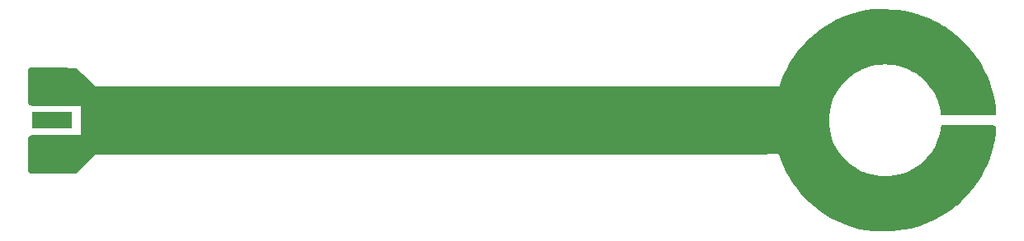
<source format=gbr>
G04 #@! TF.GenerationSoftware,KiCad,Pcbnew,7.0.1*
G04 #@! TF.CreationDate,2023-05-15T13:56:13-06:00*
G04 #@! TF.ProjectId,H-field_RF_probe,482d6669-656c-4645-9f52-465f70726f62,rev?*
G04 #@! TF.SameCoordinates,Original*
G04 #@! TF.FileFunction,Copper,L1,Top*
G04 #@! TF.FilePolarity,Positive*
%FSLAX46Y46*%
G04 Gerber Fmt 4.6, Leading zero omitted, Abs format (unit mm)*
G04 Created by KiCad (PCBNEW 7.0.1) date 2023-05-15 13:56:13*
%MOMM*%
%LPD*%
G01*
G04 APERTURE LIST*
G04 #@! TA.AperFunction,SMDPad,CuDef*
%ADD10R,4.190000X1.780000*%
G04 #@! TD*
G04 #@! TA.AperFunction,ComponentPad*
%ADD11R,4.190000X3.000000*%
G04 #@! TD*
G04 #@! TA.AperFunction,ViaPad*
%ADD12C,0.800000*%
G04 #@! TD*
G04 APERTURE END LIST*
D10*
X102500000Y-65500000D03*
D11*
X102500000Y-68825000D03*
X102500000Y-62175000D03*
D12*
X140000000Y-63500000D03*
X138500000Y-63500000D03*
X102500000Y-63500000D03*
X108500000Y-63500000D03*
X111500000Y-63500000D03*
X129500000Y-63500000D03*
X131000000Y-63500000D03*
X132500000Y-63500000D03*
X134000000Y-63500000D03*
X126500000Y-63500000D03*
X119000000Y-63500000D03*
X117500000Y-63500000D03*
X101000000Y-63500000D03*
X107000000Y-63500000D03*
X125000000Y-63500000D03*
X137000000Y-63500000D03*
X128000000Y-63500000D03*
X116000000Y-63500000D03*
X114500000Y-63500000D03*
X123500000Y-63500000D03*
X105500000Y-63500000D03*
X110000000Y-63500000D03*
X135500000Y-63500000D03*
X113000000Y-63500000D03*
X122000000Y-63500000D03*
X104000000Y-63500000D03*
X120500000Y-63500000D03*
X141500000Y-63500000D03*
X177500000Y-63500000D03*
X176000000Y-63500000D03*
X144500000Y-63500000D03*
X143000000Y-63500000D03*
X147500000Y-63500000D03*
X150500000Y-63500000D03*
X146000000Y-63500000D03*
X149000000Y-63500000D03*
X158000000Y-63500000D03*
X152000000Y-63500000D03*
X152000000Y-63500000D03*
X153500000Y-63500000D03*
X155000000Y-63500000D03*
X156500000Y-63500000D03*
X161000000Y-63500000D03*
X159500000Y-63500000D03*
X162500000Y-63500000D03*
X164000000Y-63500000D03*
X165500000Y-63500000D03*
X167000000Y-63500000D03*
X168500000Y-63500000D03*
X170000000Y-63500000D03*
X171500000Y-63500000D03*
X173000000Y-63500000D03*
X174500000Y-63500000D03*
X181160681Y-66991213D03*
X181635347Y-68413966D03*
X182402207Y-69702942D03*
X183426056Y-70798965D03*
X184659889Y-71651720D03*
X186047062Y-72222056D03*
X187523893Y-72483790D03*
X189022581Y-72424906D03*
X190474324Y-72048108D03*
X191812473Y-71370694D03*
X192975596Y-70423763D03*
X193910295Y-69250788D03*
X194573660Y-67905618D03*
X194935235Y-66450009D03*
X181160681Y-64008787D03*
X181635347Y-62586034D03*
X182402207Y-61297058D03*
X183426056Y-60201035D03*
X184659889Y-59348280D03*
X186047062Y-58777944D03*
X187523893Y-58516210D03*
X189022581Y-58575094D03*
X190474324Y-58951892D03*
X191812473Y-59629306D03*
X192975596Y-60576237D03*
X193910295Y-61749212D03*
X194573660Y-63094382D03*
X194935235Y-64549991D03*
X177892607Y-68977156D03*
X178491886Y-70383213D03*
X179285582Y-71689421D03*
X180257467Y-72869069D03*
X181387667Y-73898039D03*
X182653074Y-74755289D03*
X184027812Y-75423292D03*
X185483771Y-75888387D03*
X186991181Y-76141066D03*
X188519219Y-76176161D03*
X190036640Y-75992955D03*
X191512416Y-75595193D03*
X192916373Y-74991010D03*
X194219802Y-74192759D03*
X195396051Y-73216763D03*
X196421069Y-72082978D03*
X197273897Y-70814587D03*
X197937097Y-69437525D03*
X198397107Y-67979952D03*
X198644523Y-66471669D03*
X177892607Y-62022844D03*
X178491886Y-60616787D03*
X179285582Y-59310579D03*
X180257467Y-58130931D03*
X181387667Y-57101961D03*
X182653074Y-56244711D03*
X184027812Y-55576708D03*
X185483771Y-55111613D03*
X186991181Y-54858934D03*
X188519219Y-54823839D03*
X190036640Y-55007045D03*
X191512416Y-55404807D03*
X192916373Y-56008990D03*
X194219802Y-56807241D03*
X195396051Y-57783237D03*
X196421069Y-58917022D03*
X197273897Y-60185413D03*
X197937097Y-61562475D03*
X198397107Y-63020048D03*
X198644523Y-64528331D03*
X117500000Y-67500000D03*
X101000000Y-67500000D03*
X141500000Y-67500000D03*
X180000000Y-63500000D03*
X167000000Y-67500000D03*
X107000000Y-67500000D03*
X137000000Y-67500000D03*
X128000000Y-67500000D03*
X158000000Y-67500000D03*
X170000000Y-67500000D03*
X177500000Y-67500000D03*
X174500000Y-67500000D03*
X147500000Y-67500000D03*
X104000000Y-67500000D03*
X113000000Y-67500000D03*
X102500000Y-67500000D03*
X102500000Y-70000000D03*
X116000000Y-67500000D03*
X101000000Y-70000000D03*
X144500000Y-67500000D03*
X135500000Y-67500000D03*
X156500000Y-67500000D03*
X149000000Y-67500000D03*
X152000000Y-67500000D03*
X162500000Y-67500000D03*
X159500000Y-67500000D03*
X181000000Y-65500000D03*
X143000000Y-67500000D03*
X165500000Y-67500000D03*
X153500000Y-67500000D03*
X122000000Y-67500000D03*
X132500000Y-67500000D03*
X134000000Y-67500000D03*
X168500000Y-67500000D03*
X104007460Y-68753531D03*
X173000000Y-67500000D03*
X123500000Y-67500000D03*
X101000000Y-61000000D03*
X105500000Y-67500000D03*
X119000000Y-67500000D03*
X114500000Y-67500000D03*
X155000000Y-67500000D03*
X129500000Y-67500000D03*
X104000000Y-61000000D03*
X161000000Y-67500000D03*
X179000000Y-63500000D03*
X125000000Y-67500000D03*
X111500000Y-67500000D03*
X138500000Y-67500000D03*
X171500000Y-67500000D03*
X104000000Y-70000000D03*
X108500000Y-67500000D03*
X131000000Y-67500000D03*
X120500000Y-67500000D03*
X146000000Y-67500000D03*
X126500000Y-67500000D03*
X102500000Y-61000000D03*
X110000000Y-67500000D03*
X150500000Y-67500000D03*
X140000000Y-67500000D03*
X104007194Y-62239008D03*
X176000000Y-67500000D03*
X152000000Y-67500000D03*
X164000000Y-67500000D03*
X104000000Y-65500000D03*
X101000000Y-65500000D03*
X102500000Y-65500632D03*
G04 #@! TA.AperFunction,Conductor*
G36*
X188001821Y-54075552D02*
G01*
X188660617Y-54094721D01*
X188667916Y-54095146D01*
X189322679Y-54152430D01*
X189329904Y-54153275D01*
X189980231Y-54248534D01*
X189987434Y-54249805D01*
X190631090Y-54382709D01*
X190638191Y-54384392D01*
X191273065Y-54554506D01*
X191280034Y-54556592D01*
X191903949Y-54763335D01*
X191910805Y-54765831D01*
X192511808Y-55004594D01*
X192521605Y-55008486D01*
X192528332Y-55011388D01*
X193123996Y-55289150D01*
X193130533Y-55292434D01*
X193157403Y-55306922D01*
X193709017Y-55604350D01*
X193715364Y-55608014D01*
X194254295Y-55940431D01*
X194274746Y-55953045D01*
X194280870Y-55957073D01*
X194819237Y-56334043D01*
X194825115Y-56338419D01*
X195340664Y-56746061D01*
X195346262Y-56750759D01*
X195730478Y-57092682D01*
X195837233Y-57187686D01*
X195842564Y-57192716D01*
X196307283Y-57657435D01*
X196312313Y-57662766D01*
X196567898Y-57949965D01*
X196749235Y-58153731D01*
X196753941Y-58159339D01*
X196894431Y-58337018D01*
X197161580Y-58674884D01*
X197165956Y-58680762D01*
X197542926Y-59219129D01*
X197546954Y-59225253D01*
X197891985Y-59784635D01*
X197895649Y-59790982D01*
X198207562Y-60369460D01*
X198210852Y-60376010D01*
X198488610Y-60971664D01*
X198491513Y-60978394D01*
X198734162Y-61589178D01*
X198736669Y-61596065D01*
X198876926Y-62019337D01*
X198943399Y-62219939D01*
X198945501Y-62226961D01*
X199115603Y-62861792D01*
X199117293Y-62868924D01*
X199250193Y-63512561D01*
X199251466Y-63519778D01*
X199346720Y-64170065D01*
X199347571Y-64177345D01*
X199397018Y-64742529D01*
X199392463Y-64788770D01*
X199371459Y-64830216D01*
X199363649Y-64840394D01*
X199340392Y-64863651D01*
X199263160Y-64922914D01*
X199234673Y-64939361D01*
X199144734Y-64976615D01*
X199112963Y-64985128D01*
X199035024Y-64995388D01*
X199008187Y-64998922D01*
X198991742Y-65000000D01*
X193848595Y-65000000D01*
X193790158Y-64985629D01*
X193745051Y-64945796D01*
X193723563Y-64889585D01*
X193681474Y-64551930D01*
X193583779Y-64085998D01*
X193474317Y-63718323D01*
X193447939Y-63629720D01*
X193405039Y-63519778D01*
X193332569Y-63334053D01*
X193274885Y-63186221D01*
X193065798Y-62758527D01*
X192822107Y-62349561D01*
X192545475Y-61962115D01*
X192237794Y-61598836D01*
X192237790Y-61598832D01*
X192237785Y-61598826D01*
X191901173Y-61262214D01*
X191901164Y-61262206D01*
X191537885Y-60954525D01*
X191150439Y-60677893D01*
X190741473Y-60434202D01*
X190622439Y-60376010D01*
X190313775Y-60225113D01*
X189870285Y-60052062D01*
X189414001Y-59916220D01*
X188948069Y-59818525D01*
X188475660Y-59759639D01*
X188000000Y-59739966D01*
X187524339Y-59759639D01*
X187051930Y-59818525D01*
X186585998Y-59916220D01*
X186129714Y-60052062D01*
X185686224Y-60225113D01*
X185258532Y-60434199D01*
X184849559Y-60677894D01*
X184462117Y-60954523D01*
X184098826Y-61262214D01*
X183762214Y-61598826D01*
X183454523Y-61962117D01*
X183177894Y-62349559D01*
X182934199Y-62758532D01*
X182725113Y-63186224D01*
X182552062Y-63629714D01*
X182416220Y-64085998D01*
X182318525Y-64551930D01*
X182259639Y-65024339D01*
X182239966Y-65499999D01*
X182259639Y-65975660D01*
X182318525Y-66448069D01*
X182416220Y-66914001D01*
X182552062Y-67370285D01*
X182725113Y-67813775D01*
X182932333Y-68237651D01*
X182934202Y-68241473D01*
X183177893Y-68650439D01*
X183454525Y-69037885D01*
X183762206Y-69401164D01*
X183762214Y-69401173D01*
X184098826Y-69737785D01*
X184098832Y-69737790D01*
X184098836Y-69737794D01*
X184462115Y-70045475D01*
X184849561Y-70322107D01*
X185258527Y-70565798D01*
X185686221Y-70774885D01*
X185834053Y-70832569D01*
X186129714Y-70947937D01*
X186129717Y-70947938D01*
X186129720Y-70947939D01*
X186291389Y-70996070D01*
X186585998Y-71083779D01*
X187051930Y-71181474D01*
X187524339Y-71240360D01*
X188000000Y-71260033D01*
X188475660Y-71240360D01*
X188948070Y-71181474D01*
X189343268Y-71098610D01*
X189414001Y-71083779D01*
X189414002Y-71083778D01*
X189414005Y-71083778D01*
X189870280Y-70947939D01*
X190313779Y-70774885D01*
X190741473Y-70565798D01*
X191150439Y-70322107D01*
X191537885Y-70045475D01*
X191901164Y-69737794D01*
X192237794Y-69401164D01*
X192545475Y-69037885D01*
X192822107Y-68650439D01*
X193065798Y-68241473D01*
X193274885Y-67813779D01*
X193447939Y-67370280D01*
X193583778Y-66914005D01*
X193584175Y-66912114D01*
X193681474Y-66448069D01*
X193723563Y-66110415D01*
X193745051Y-66054204D01*
X193790158Y-66014371D01*
X193848595Y-66000000D01*
X198991742Y-66000000D01*
X199008187Y-66001078D01*
X199036201Y-66004765D01*
X199112964Y-66014871D01*
X199144731Y-66023383D01*
X199234675Y-66060639D01*
X199263160Y-66077085D01*
X199340393Y-66136349D01*
X199363647Y-66159603D01*
X199371456Y-66169779D01*
X199392463Y-66211226D01*
X199397018Y-66257469D01*
X199347571Y-66822654D01*
X199346720Y-66829934D01*
X199251466Y-67480221D01*
X199250193Y-67487438D01*
X199117293Y-68131075D01*
X199115603Y-68138207D01*
X198945501Y-68773038D01*
X198943399Y-68780060D01*
X198736669Y-69403934D01*
X198734162Y-69410821D01*
X198491513Y-70021605D01*
X198488610Y-70028335D01*
X198210852Y-70623989D01*
X198207562Y-70630539D01*
X197895649Y-71209017D01*
X197891985Y-71215364D01*
X197546954Y-71774746D01*
X197542926Y-71780870D01*
X197165956Y-72319237D01*
X197161580Y-72325115D01*
X196753947Y-72840653D01*
X196749235Y-72846268D01*
X196312313Y-73337233D01*
X196307283Y-73342564D01*
X195842564Y-73807283D01*
X195837233Y-73812313D01*
X195346268Y-74249235D01*
X195340653Y-74253947D01*
X194825115Y-74661580D01*
X194819237Y-74665956D01*
X194280870Y-75042926D01*
X194274746Y-75046954D01*
X193715364Y-75391985D01*
X193709017Y-75395649D01*
X193130539Y-75707562D01*
X193123989Y-75710852D01*
X192528335Y-75988610D01*
X192521605Y-75991513D01*
X191910821Y-76234162D01*
X191903934Y-76236669D01*
X191280060Y-76443399D01*
X191273038Y-76445501D01*
X190638207Y-76615603D01*
X190631075Y-76617293D01*
X189987438Y-76750193D01*
X189980221Y-76751466D01*
X189329934Y-76846720D01*
X189322654Y-76847571D01*
X188667925Y-76904852D01*
X188660608Y-76905278D01*
X188001822Y-76924447D01*
X187998157Y-76924500D01*
X186704848Y-76924500D01*
X186686609Y-76923173D01*
X186599121Y-76910374D01*
X186206046Y-76852869D01*
X186047620Y-76829692D01*
X186040543Y-76828450D01*
X185405698Y-76698242D01*
X185398704Y-76696598D01*
X184772325Y-76530421D01*
X184765436Y-76528381D01*
X184149557Y-76326773D01*
X184142795Y-76324344D01*
X183539402Y-76087957D01*
X183532790Y-76085147D01*
X182943846Y-75814750D01*
X182937404Y-75811567D01*
X182364826Y-75508036D01*
X182358577Y-75504491D01*
X181804245Y-75168827D01*
X181798208Y-75164932D01*
X181263908Y-74798216D01*
X181258102Y-74793983D01*
X180745567Y-74397403D01*
X180740012Y-74392846D01*
X180250916Y-73967698D01*
X180245630Y-73962832D01*
X179781557Y-73510492D01*
X179776557Y-73505332D01*
X179339025Y-73027279D01*
X179334328Y-73021843D01*
X178924770Y-72519646D01*
X178920389Y-72513951D01*
X178540096Y-71989191D01*
X178536048Y-71983255D01*
X178402376Y-71774746D01*
X178186298Y-71437693D01*
X178182605Y-71431554D01*
X177864508Y-70866921D01*
X177861162Y-70860564D01*
X177575780Y-70278748D01*
X177572811Y-70272233D01*
X177321029Y-69675031D01*
X177318449Y-69668387D01*
X177102458Y-69061578D01*
X177099458Y-69051945D01*
X177091687Y-69022949D01*
X177091686Y-69022948D01*
X177065425Y-68996691D01*
X177063427Y-68994649D01*
X177041892Y-68972092D01*
X177041890Y-68972091D01*
X177037658Y-68967658D01*
X177034651Y-68965922D01*
X177008795Y-68958997D01*
X176997038Y-68955221D01*
X176977588Y-68947905D01*
X176955632Y-68949865D01*
X176944442Y-68950364D01*
X176036400Y-68950428D01*
X176003786Y-68946136D01*
X176000004Y-68945123D01*
X175999999Y-68945123D01*
X175988553Y-68948189D01*
X175988522Y-68948195D01*
X175973796Y-68952142D01*
X175958252Y-68956309D01*
X175922089Y-68965998D01*
X175913239Y-68974850D01*
X175872148Y-69000000D01*
X175740922Y-69000000D01*
X175740921Y-69000000D01*
X107207107Y-69000000D01*
X107000000Y-69000000D01*
X106853555Y-69146443D01*
X106853551Y-69146447D01*
X105152287Y-70847712D01*
X105139896Y-70858579D01*
X105056055Y-70922913D01*
X105027569Y-70939360D01*
X104937627Y-70976615D01*
X104905856Y-70985128D01*
X104827917Y-70995388D01*
X104801080Y-70998922D01*
X104784635Y-71000000D01*
X100508258Y-71000000D01*
X100491812Y-70998922D01*
X100387037Y-70985128D01*
X100355265Y-70976615D01*
X100265326Y-70939361D01*
X100236840Y-70922914D01*
X100159605Y-70863649D01*
X100136351Y-70840396D01*
X100101535Y-70795023D01*
X100082187Y-70758824D01*
X100075500Y-70718323D01*
X100075500Y-67281677D01*
X100082187Y-67241176D01*
X100101537Y-67204974D01*
X100136351Y-67159603D01*
X100159603Y-67136351D01*
X100236840Y-67077084D01*
X100265321Y-67060640D01*
X100355270Y-67023382D01*
X100387033Y-67014872D01*
X100468592Y-67004134D01*
X100491813Y-67001078D01*
X100508258Y-67000000D01*
X105000000Y-67000000D01*
X105500000Y-67000000D01*
X105500000Y-64000000D01*
X105000000Y-64000000D01*
X100508258Y-64000000D01*
X100491812Y-63998922D01*
X100387037Y-63985128D01*
X100355265Y-63976615D01*
X100265326Y-63939361D01*
X100236840Y-63922914D01*
X100159605Y-63863649D01*
X100136351Y-63840396D01*
X100101535Y-63795023D01*
X100082187Y-63758824D01*
X100075500Y-63718323D01*
X100075500Y-60292349D01*
X100082365Y-60251326D01*
X100102211Y-60214775D01*
X100139836Y-60166621D01*
X100163641Y-60143311D01*
X100242639Y-60084220D01*
X100271724Y-60067967D01*
X100363443Y-60031661D01*
X100395782Y-60023600D01*
X100470831Y-60015188D01*
X100502201Y-60011672D01*
X100518884Y-60010916D01*
X103524765Y-60074154D01*
X104799134Y-60100964D01*
X104814527Y-60102236D01*
X104912783Y-60116476D01*
X104942580Y-60124621D01*
X105027183Y-60159370D01*
X105054104Y-60174521D01*
X105133995Y-60233447D01*
X105145861Y-60243380D01*
X105660479Y-60730931D01*
X107000000Y-62000000D01*
X107199242Y-62000000D01*
X107199244Y-62000000D01*
X175740923Y-62000000D01*
X175923458Y-62000000D01*
X175956299Y-62008770D01*
X175956456Y-62008851D01*
X175956466Y-62008815D01*
X175962542Y-62010446D01*
X175995650Y-62019337D01*
X175999626Y-62018273D01*
X176032064Y-62013997D01*
X176995451Y-62013204D01*
X177006734Y-62013702D01*
X177028577Y-62015653D01*
X177048152Y-62008289D01*
X177059768Y-62004552D01*
X177085761Y-61997566D01*
X177085766Y-61997560D01*
X177088657Y-61995889D01*
X177092877Y-61991467D01*
X177092880Y-61991467D01*
X177114502Y-61968819D01*
X177116345Y-61966931D01*
X177142745Y-61940489D01*
X177150456Y-61911611D01*
X177153482Y-61901879D01*
X177368681Y-61297298D01*
X177371259Y-61290658D01*
X177622167Y-60695531D01*
X177625125Y-60689039D01*
X177909538Y-60109201D01*
X177912847Y-60102912D01*
X178229875Y-59540180D01*
X178233538Y-59534091D01*
X178582102Y-58990380D01*
X178586118Y-58984493D01*
X178965092Y-58461554D01*
X178969466Y-58455868D01*
X179377627Y-57955384D01*
X179382296Y-57949982D01*
X179818326Y-57473572D01*
X179823273Y-57468465D01*
X180285805Y-57017628D01*
X180291026Y-57012823D01*
X180682102Y-56672880D01*
X180778442Y-56589137D01*
X180783981Y-56584591D01*
X181294765Y-56189368D01*
X181300529Y-56185166D01*
X181833003Y-55819703D01*
X181839009Y-55815828D01*
X182391441Y-55481316D01*
X182397670Y-55477782D01*
X182968256Y-55175310D01*
X182974682Y-55172134D01*
X183561606Y-54902664D01*
X183568181Y-54899870D01*
X184169512Y-54664291D01*
X184176224Y-54661880D01*
X184789998Y-54460964D01*
X184796855Y-54458933D01*
X185421092Y-54293324D01*
X185428041Y-54291691D01*
X186060706Y-54161932D01*
X186067747Y-54160696D01*
X186641046Y-54076826D01*
X186659285Y-54075500D01*
X187975469Y-54075500D01*
X187998157Y-54075500D01*
X188001821Y-54075552D01*
G37*
G04 #@! TD.AperFunction*
M02*

</source>
